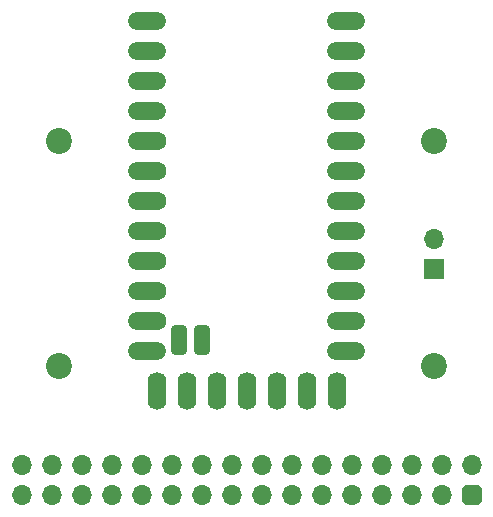
<source format=gbr>
%TF.GenerationSoftware,KiCad,Pcbnew,8.0.2*%
%TF.CreationDate,2024-05-21T12:30:08+05:30*%
%TF.ProjectId,carrier,63617272-6965-4722-9e6b-696361645f70,rev?*%
%TF.SameCoordinates,Original*%
%TF.FileFunction,Soldermask,Bot*%
%TF.FilePolarity,Negative*%
%FSLAX46Y46*%
G04 Gerber Fmt 4.6, Leading zero omitted, Abs format (unit mm)*
G04 Created by KiCad (PCBNEW 8.0.2) date 2024-05-21 12:30:08*
%MOMM*%
%LPD*%
G01*
G04 APERTURE LIST*
G04 Aperture macros list*
%AMRoundRect*
0 Rectangle with rounded corners*
0 $1 Rounding radius*
0 $2 $3 $4 $5 $6 $7 $8 $9 X,Y pos of 4 corners*
0 Add a 4 corners polygon primitive as box body*
4,1,4,$2,$3,$4,$5,$6,$7,$8,$9,$2,$3,0*
0 Add four circle primitives for the rounded corners*
1,1,$1+$1,$2,$3*
1,1,$1+$1,$4,$5*
1,1,$1+$1,$6,$7*
1,1,$1+$1,$8,$9*
0 Add four rect primitives between the rounded corners*
20,1,$1+$1,$2,$3,$4,$5,0*
20,1,$1+$1,$4,$5,$6,$7,0*
20,1,$1+$1,$6,$7,$8,$9,0*
20,1,$1+$1,$8,$9,$2,$3,0*%
%AMOutline5P*
0 Free polygon, 5 corners , with rotation*
0 The origin of the aperture is its center*
0 number of corners: always 5*
0 $1 to $10 corner X, Y*
0 $11 Rotation angle, in degrees counterclockwise*
0 create outline with 5 corners*
4,1,5,$1,$2,$3,$4,$5,$6,$7,$8,$9,$10,$1,$2,$11*%
%AMOutline6P*
0 Free polygon, 6 corners , with rotation*
0 The origin of the aperture is its center*
0 number of corners: always 6*
0 $1 to $12 corner X, Y*
0 $13 Rotation angle, in degrees counterclockwise*
0 create outline with 6 corners*
4,1,6,$1,$2,$3,$4,$5,$6,$7,$8,$9,$10,$11,$12,$1,$2,$13*%
%AMOutline7P*
0 Free polygon, 7 corners , with rotation*
0 The origin of the aperture is its center*
0 number of corners: always 7*
0 $1 to $14 corner X, Y*
0 $15 Rotation angle, in degrees counterclockwise*
0 create outline with 7 corners*
4,1,7,$1,$2,$3,$4,$5,$6,$7,$8,$9,$10,$11,$12,$13,$14,$1,$2,$15*%
%AMOutline8P*
0 Free polygon, 8 corners , with rotation*
0 The origin of the aperture is its center*
0 number of corners: always 8*
0 $1 to $16 corner X, Y*
0 $17 Rotation angle, in degrees counterclockwise*
0 create outline with 8 corners*
4,1,8,$1,$2,$3,$4,$5,$6,$7,$8,$9,$10,$11,$12,$13,$14,$15,$16,$1,$2,$17*%
G04 Aperture macros list end*
%ADD10R,1.700000X1.700000*%
%ADD11O,1.700000X1.700000*%
%ADD12C,2.200000*%
%ADD13RoundRect,0.800000X0.800000X0.000010X-0.800000X0.000010X-0.800000X-0.000010X0.800000X-0.000010X0*%
%ADD14RoundRect,0.800000X-0.000010X0.800000X-0.000010X-0.800000X0.000010X-0.800000X0.000010X0.800000X0*%
%ADD15RoundRect,0.800000X-0.800000X-0.000010X0.800000X-0.000010X0.800000X0.000010X-0.800000X0.000010X0*%
%ADD16Outline8P,-0.850000X0.510000X-0.510000X0.850000X0.510000X0.850000X0.850000X0.510000X0.850000X-0.510000X0.510000X-0.850000X-0.510000X-0.850000X-0.850000X-0.510000X270.000000*%
%ADD17C,1.600000*%
%ADD18RoundRect,0.337500X0.337500X-0.562500X0.337500X0.562500X-0.337500X0.562500X-0.337500X-0.562500X0*%
%ADD19RoundRect,0.337500X0.337500X-0.912500X0.337500X0.912500X-0.337500X0.912500X-0.337500X-0.912500X0*%
G04 APERTURE END LIST*
D10*
%TO.C,J2*%
X53975000Y-36195000D03*
D11*
X53975000Y-33655000D03*
%TD*%
D12*
%TO.C,H2*%
X53975000Y-25400000D03*
%TD*%
D13*
%TO.C,U1*%
X29680000Y-17780000D03*
X29680000Y-20320000D03*
X29680000Y-22860000D03*
X29680000Y-25400000D03*
X29680000Y-27940000D03*
X29680000Y-30480000D03*
X29680000Y-33020000D03*
X29680000Y-35560000D03*
X29680000Y-38100000D03*
X29680000Y-40640000D03*
X29680000Y-43180000D03*
D14*
X30480000Y-46520000D03*
D15*
X46520000Y-17780000D03*
X46520000Y-20320000D03*
X46520000Y-22860000D03*
X46520000Y-25400000D03*
X46520000Y-27940000D03*
X46520000Y-30480000D03*
X46520000Y-33020000D03*
X46520000Y-35560000D03*
X46520000Y-38100000D03*
X46520000Y-40640000D03*
X46520000Y-43180000D03*
D14*
X45720000Y-46520000D03*
X33020000Y-46520000D03*
X35560000Y-46520000D03*
X38100000Y-46520000D03*
X40640000Y-46520000D03*
X43180000Y-46520000D03*
D15*
X46520000Y-15240000D03*
D13*
X29680000Y-15240000D03*
%TD*%
D11*
%TO.C,J1*%
X57150000Y-52770000D03*
D16*
X57150000Y-55310000D03*
D11*
X54610000Y-52770000D03*
X54610000Y-55310000D03*
X52070001Y-52770000D03*
X52070000Y-55310000D03*
X49530000Y-52770000D03*
X49530000Y-55310000D03*
X46990000Y-52770000D03*
X46990000Y-55310000D03*
X44450000Y-52770000D03*
X44450000Y-55310000D03*
X41910000Y-52770000D03*
X41910000Y-55310000D03*
X39369999Y-52770000D03*
X39370000Y-55310000D03*
X36830000Y-52770000D03*
X36830000Y-55310000D03*
X34290000Y-52770000D03*
X34290000Y-55310000D03*
X31750000Y-52770000D03*
X31750000Y-55310000D03*
X29210001Y-52770000D03*
X29210000Y-55310000D03*
X26670000Y-52770000D03*
X26670000Y-55310000D03*
X24130000Y-52770000D03*
X24130000Y-55310000D03*
X21590000Y-52770000D03*
X21590000Y-55310000D03*
X19050001Y-52770000D03*
X19050000Y-55310000D03*
%TD*%
D12*
%TO.C,H1*%
X22225000Y-25400000D03*
%TD*%
%TO.C,H4*%
X22225000Y-44450000D03*
%TD*%
%TO.C,H3*%
X53975000Y-44450000D03*
%TD*%
D17*
%TO.C,U2*%
X45720000Y-25400000D03*
X45720000Y-27940000D03*
X45720000Y-30480000D03*
X45720000Y-33020000D03*
X45720000Y-35560000D03*
X45720000Y-38100000D03*
X45720000Y-40640000D03*
X30480000Y-25400000D03*
X30480000Y-27940000D03*
X30480000Y-30480000D03*
X30480000Y-33020000D03*
X30480000Y-35560000D03*
X30480000Y-38100000D03*
X30480000Y-40640000D03*
D18*
X34290000Y-42227500D03*
D19*
X34290000Y-42227500D03*
D18*
X32385000Y-42227500D03*
D19*
X32385000Y-42227500D03*
%TD*%
M02*

</source>
